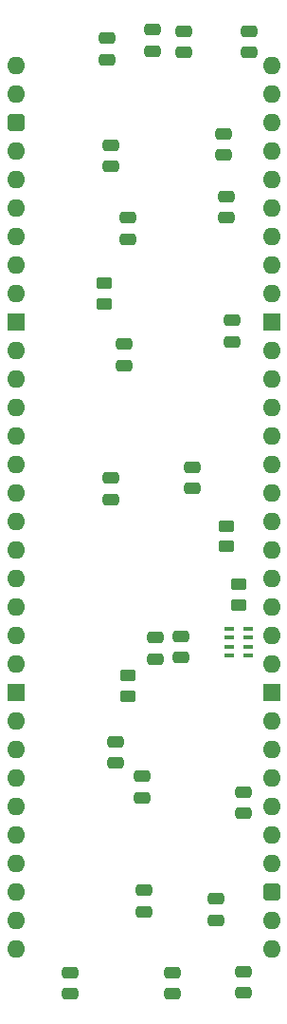
<source format=gbs>
%TF.GenerationSoftware,KiCad,Pcbnew,7.0.5*%
%TF.CreationDate,2024-05-12T20:04:25+02:00*%
%TF.ProjectId,W65C816 Breakout,57363543-3831-4362-9042-7265616b6f75,V1*%
%TF.SameCoordinates,PX525bfc0PY43d3480*%
%TF.FileFunction,Soldermask,Bot*%
%TF.FilePolarity,Negative*%
%FSLAX46Y46*%
G04 Gerber Fmt 4.6, Leading zero omitted, Abs format (unit mm)*
G04 Created by KiCad (PCBNEW 7.0.5) date 2024-05-12 20:04:25*
%MOMM*%
%LPD*%
G01*
G04 APERTURE LIST*
G04 Aperture macros list*
%AMRoundRect*
0 Rectangle with rounded corners*
0 $1 Rounding radius*
0 $2 $3 $4 $5 $6 $7 $8 $9 X,Y pos of 4 corners*
0 Add a 4 corners polygon primitive as box body*
4,1,4,$2,$3,$4,$5,$6,$7,$8,$9,$2,$3,0*
0 Add four circle primitives for the rounded corners*
1,1,$1+$1,$2,$3*
1,1,$1+$1,$4,$5*
1,1,$1+$1,$6,$7*
1,1,$1+$1,$8,$9*
0 Add four rect primitives between the rounded corners*
20,1,$1+$1,$2,$3,$4,$5,0*
20,1,$1+$1,$4,$5,$6,$7,0*
20,1,$1+$1,$6,$7,$8,$9,0*
20,1,$1+$1,$8,$9,$2,$3,0*%
G04 Aperture macros list end*
%ADD10O,1.600000X1.600000*%
%ADD11RoundRect,0.400000X-0.400000X-0.400000X0.400000X-0.400000X0.400000X0.400000X-0.400000X0.400000X0*%
%ADD12R,1.600000X1.600000*%
%ADD13RoundRect,0.250000X-0.475000X0.250000X-0.475000X-0.250000X0.475000X-0.250000X0.475000X0.250000X0*%
%ADD14RoundRect,0.250000X0.475000X-0.250000X0.475000X0.250000X-0.475000X0.250000X-0.475000X-0.250000X0*%
%ADD15R,0.900000X0.450000*%
%ADD16RoundRect,0.250000X0.450000X-0.262500X0.450000X0.262500X-0.450000X0.262500X-0.450000X-0.262500X0*%
G04 APERTURE END LIST*
D10*
%TO.C,J7*%
X0Y0D03*
X0Y-2540000D03*
D11*
X0Y-5080000D03*
D10*
X0Y-7620000D03*
X0Y-10160000D03*
X0Y-12700000D03*
X0Y-15240000D03*
X0Y-17780000D03*
X0Y-20320000D03*
D12*
X0Y-22860000D03*
D10*
X0Y-25400000D03*
X0Y-27940000D03*
X0Y-30480000D03*
X0Y-33020000D03*
X0Y-35560000D03*
X0Y-38100000D03*
X0Y-40640000D03*
X0Y-43180000D03*
X0Y-45720000D03*
X0Y-48260000D03*
X0Y-50800000D03*
X0Y-53340000D03*
D12*
X0Y-55880000D03*
D10*
X0Y-58420000D03*
X0Y-60960000D03*
X0Y-63500000D03*
X0Y-66040000D03*
X0Y-68580000D03*
X0Y-71120000D03*
X0Y-73660000D03*
X0Y-76200000D03*
X0Y-78740000D03*
X22860000Y-78740000D03*
X22860000Y-76200000D03*
D11*
X22860000Y-73660000D03*
D10*
X22860000Y-71120000D03*
X22860000Y-68580000D03*
X22860000Y-66040000D03*
X22860000Y-63500000D03*
X22860000Y-60960000D03*
X22860000Y-58420000D03*
D12*
X22860000Y-55880000D03*
D10*
X22860000Y-53340000D03*
X22860000Y-50800000D03*
X22860000Y-48260000D03*
X22860000Y-45720000D03*
X22860000Y-43180000D03*
X22860000Y-40640000D03*
X22860000Y-38100000D03*
X22860000Y-35560000D03*
X22860000Y-33020000D03*
X22860000Y-30480000D03*
X22860000Y-27940000D03*
X22860000Y-25400000D03*
D12*
X22860000Y-22860000D03*
D10*
X22860000Y-20320000D03*
X22860000Y-17780000D03*
X22860000Y-15240000D03*
X22860000Y-12700000D03*
X22860000Y-10160000D03*
X22860000Y-7620000D03*
X22860000Y-5080000D03*
X22860000Y-2540000D03*
X22860000Y0D03*
%TD*%
D13*
%TO.C,C15*%
X8128000Y2458000D03*
X8128000Y558000D03*
%TD*%
%TO.C,C18*%
X18796000Y-11639000D03*
X18796000Y-13539000D03*
%TD*%
D14*
%TO.C,C4*%
X8509000Y-38653000D03*
X8509000Y-36753000D03*
%TD*%
D13*
%TO.C,C6*%
X19304000Y-22688000D03*
X19304000Y-24588000D03*
%TD*%
%TO.C,C41*%
X12192000Y3220000D03*
X12192000Y1320000D03*
%TD*%
%TO.C,C2*%
X15748000Y-35769000D03*
X15748000Y-37669000D03*
%TD*%
%TO.C,C3*%
X10033000Y-13544000D03*
X10033000Y-15444000D03*
%TD*%
%TO.C,C19*%
X20320000Y-64725000D03*
X20320000Y-66625000D03*
%TD*%
D14*
%TO.C,C13*%
X20320000Y-82620400D03*
X20320000Y-80720400D03*
%TD*%
D13*
%TO.C,C10*%
X17907000Y-74250000D03*
X17907000Y-76150000D03*
%TD*%
%TO.C,C11*%
X18542000Y-6051000D03*
X18542000Y-7951000D03*
%TD*%
D14*
%TO.C,C8*%
X8890000Y-62148000D03*
X8890000Y-60248000D03*
%TD*%
D13*
%TO.C,C17*%
X11303000Y-63328000D03*
X11303000Y-65228000D03*
%TD*%
%TO.C,C23*%
X20828000Y3093000D03*
X20828000Y1193000D03*
%TD*%
D14*
%TO.C,C16*%
X12446000Y-52877000D03*
X12446000Y-50977000D03*
%TD*%
D13*
%TO.C,C9*%
X11430000Y-73488000D03*
X11430000Y-75388000D03*
%TD*%
D15*
%TO.C,RN4*%
X19063600Y-52578000D03*
X19063600Y-51778000D03*
X19063600Y-50978000D03*
X19063600Y-50178000D03*
X20763600Y-50178000D03*
X20763600Y-50978000D03*
X20763600Y-51778000D03*
X20763600Y-52578000D03*
%TD*%
D16*
%TO.C,R2*%
X19949000Y-48029500D03*
X19949000Y-46204500D03*
%TD*%
D14*
%TO.C,C7*%
X13970000Y-82722000D03*
X13970000Y-80822000D03*
%TD*%
D13*
%TO.C,C14*%
X9652000Y-24786000D03*
X9652000Y-26686000D03*
%TD*%
%TO.C,C42*%
X14986000Y3093000D03*
X14986000Y1193000D03*
%TD*%
D16*
%TO.C,R1*%
X18806000Y-42822500D03*
X18806000Y-40997500D03*
%TD*%
D14*
%TO.C,C1*%
X4826000Y-82722000D03*
X4826000Y-80822000D03*
%TD*%
D13*
%TO.C,C12*%
X8509000Y-7067000D03*
X8509000Y-8967000D03*
%TD*%
D16*
%TO.C,R4*%
X7884000Y-21209000D03*
X7884000Y-19384000D03*
%TD*%
%TO.C,R3*%
X10043000Y-56157500D03*
X10043000Y-54332500D03*
%TD*%
D14*
%TO.C,C5*%
X14732000Y-52750000D03*
X14732000Y-50850000D03*
%TD*%
M02*

</source>
